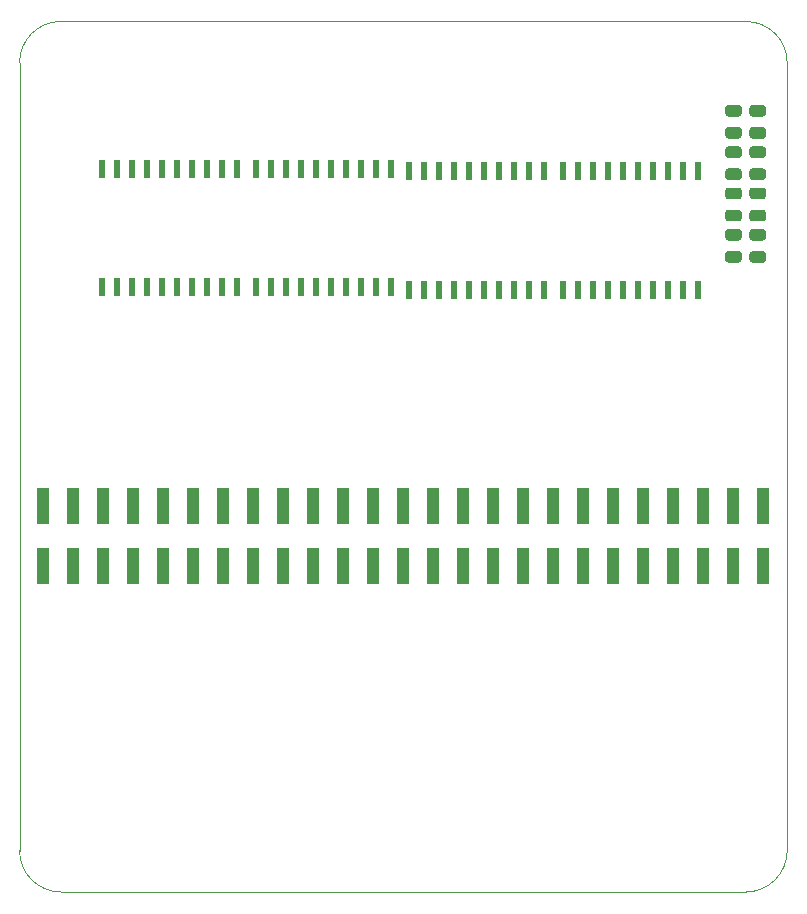
<source format=gbr>
%TF.GenerationSoftware,KiCad,Pcbnew,(5.1.6)-1*%
%TF.CreationDate,2020-06-27T22:48:14-05:00*%
%TF.ProjectId,rascsi_din,72617363-7369-45f6-9469-6e2e6b696361,rev?*%
%TF.SameCoordinates,Original*%
%TF.FileFunction,Paste,Top*%
%TF.FilePolarity,Positive*%
%FSLAX46Y46*%
G04 Gerber Fmt 4.6, Leading zero omitted, Abs format (unit mm)*
G04 Created by KiCad (PCBNEW (5.1.6)-1) date 2020-06-27 22:48:14*
%MOMM*%
%LPD*%
G01*
G04 APERTURE LIST*
%TA.AperFunction,Profile*%
%ADD10C,0.050000*%
%TD*%
%ADD11R,0.600000X1.500000*%
%ADD12R,1.000000X3.150000*%
G04 APERTURE END LIST*
D10*
X178000000Y-116200000D02*
X236000000Y-116200000D01*
X178000000Y-116200000D02*
G75*
G02*
X174500000Y-112700000I0J3500000D01*
G01*
X239500000Y-112700000D02*
G75*
G02*
X236000000Y-116200000I-3500000J0D01*
G01*
X174500000Y-46000000D02*
X174500000Y-112700000D01*
X239500000Y-46000000D02*
X239500000Y-112700000D01*
X178000000Y-42500000D02*
X236000000Y-42500000D01*
X174500000Y-46000000D02*
G75*
G02*
X178000000Y-42500000I3500000J0D01*
G01*
X236000000Y-42500000D02*
G75*
G02*
X239500000Y-46000000I0J-3500000D01*
G01*
%TO.C,R4*%
G36*
G01*
X234493750Y-58450000D02*
X235406250Y-58450000D01*
G75*
G02*
X235650000Y-58693750I0J-243750D01*
G01*
X235650000Y-59181250D01*
G75*
G02*
X235406250Y-59425000I-243750J0D01*
G01*
X234493750Y-59425000D01*
G75*
G02*
X234250000Y-59181250I0J243750D01*
G01*
X234250000Y-58693750D01*
G75*
G02*
X234493750Y-58450000I243750J0D01*
G01*
G37*
G36*
G01*
X234493750Y-56575000D02*
X235406250Y-56575000D01*
G75*
G02*
X235650000Y-56818750I0J-243750D01*
G01*
X235650000Y-57306250D01*
G75*
G02*
X235406250Y-57550000I-243750J0D01*
G01*
X234493750Y-57550000D01*
G75*
G02*
X234250000Y-57306250I0J243750D01*
G01*
X234250000Y-56818750D01*
G75*
G02*
X234493750Y-56575000I243750J0D01*
G01*
G37*
%TD*%
%TO.C,R3*%
G36*
G01*
X234493750Y-61950000D02*
X235406250Y-61950000D01*
G75*
G02*
X235650000Y-62193750I0J-243750D01*
G01*
X235650000Y-62681250D01*
G75*
G02*
X235406250Y-62925000I-243750J0D01*
G01*
X234493750Y-62925000D01*
G75*
G02*
X234250000Y-62681250I0J243750D01*
G01*
X234250000Y-62193750D01*
G75*
G02*
X234493750Y-61950000I243750J0D01*
G01*
G37*
G36*
G01*
X234493750Y-60075000D02*
X235406250Y-60075000D01*
G75*
G02*
X235650000Y-60318750I0J-243750D01*
G01*
X235650000Y-60806250D01*
G75*
G02*
X235406250Y-61050000I-243750J0D01*
G01*
X234493750Y-61050000D01*
G75*
G02*
X234250000Y-60806250I0J243750D01*
G01*
X234250000Y-60318750D01*
G75*
G02*
X234493750Y-60075000I243750J0D01*
G01*
G37*
%TD*%
%TO.C,R2*%
G36*
G01*
X234493750Y-51450000D02*
X235406250Y-51450000D01*
G75*
G02*
X235650000Y-51693750I0J-243750D01*
G01*
X235650000Y-52181250D01*
G75*
G02*
X235406250Y-52425000I-243750J0D01*
G01*
X234493750Y-52425000D01*
G75*
G02*
X234250000Y-52181250I0J243750D01*
G01*
X234250000Y-51693750D01*
G75*
G02*
X234493750Y-51450000I243750J0D01*
G01*
G37*
G36*
G01*
X234493750Y-49575000D02*
X235406250Y-49575000D01*
G75*
G02*
X235650000Y-49818750I0J-243750D01*
G01*
X235650000Y-50306250D01*
G75*
G02*
X235406250Y-50550000I-243750J0D01*
G01*
X234493750Y-50550000D01*
G75*
G02*
X234250000Y-50306250I0J243750D01*
G01*
X234250000Y-49818750D01*
G75*
G02*
X234493750Y-49575000I243750J0D01*
G01*
G37*
%TD*%
%TO.C,R1*%
G36*
G01*
X234493750Y-54950000D02*
X235406250Y-54950000D01*
G75*
G02*
X235650000Y-55193750I0J-243750D01*
G01*
X235650000Y-55681250D01*
G75*
G02*
X235406250Y-55925000I-243750J0D01*
G01*
X234493750Y-55925000D01*
G75*
G02*
X234250000Y-55681250I0J243750D01*
G01*
X234250000Y-55193750D01*
G75*
G02*
X234493750Y-54950000I243750J0D01*
G01*
G37*
G36*
G01*
X234493750Y-53075000D02*
X235406250Y-53075000D01*
G75*
G02*
X235650000Y-53318750I0J-243750D01*
G01*
X235650000Y-53806250D01*
G75*
G02*
X235406250Y-54050000I-243750J0D01*
G01*
X234493750Y-54050000D01*
G75*
G02*
X234250000Y-53806250I0J243750D01*
G01*
X234250000Y-53318750D01*
G75*
G02*
X234493750Y-53075000I243750J0D01*
G01*
G37*
%TD*%
%TO.C,D5*%
G36*
G01*
X237456250Y-57550000D02*
X236543750Y-57550000D01*
G75*
G02*
X236300000Y-57306250I0J243750D01*
G01*
X236300000Y-56818750D01*
G75*
G02*
X236543750Y-56575000I243750J0D01*
G01*
X237456250Y-56575000D01*
G75*
G02*
X237700000Y-56818750I0J-243750D01*
G01*
X237700000Y-57306250D01*
G75*
G02*
X237456250Y-57550000I-243750J0D01*
G01*
G37*
G36*
G01*
X237456250Y-59425000D02*
X236543750Y-59425000D01*
G75*
G02*
X236300000Y-59181250I0J243750D01*
G01*
X236300000Y-58693750D01*
G75*
G02*
X236543750Y-58450000I243750J0D01*
G01*
X237456250Y-58450000D01*
G75*
G02*
X237700000Y-58693750I0J-243750D01*
G01*
X237700000Y-59181250D01*
G75*
G02*
X237456250Y-59425000I-243750J0D01*
G01*
G37*
%TD*%
%TO.C,D4*%
G36*
G01*
X237456250Y-61050000D02*
X236543750Y-61050000D01*
G75*
G02*
X236300000Y-60806250I0J243750D01*
G01*
X236300000Y-60318750D01*
G75*
G02*
X236543750Y-60075000I243750J0D01*
G01*
X237456250Y-60075000D01*
G75*
G02*
X237700000Y-60318750I0J-243750D01*
G01*
X237700000Y-60806250D01*
G75*
G02*
X237456250Y-61050000I-243750J0D01*
G01*
G37*
G36*
G01*
X237456250Y-62925000D02*
X236543750Y-62925000D01*
G75*
G02*
X236300000Y-62681250I0J243750D01*
G01*
X236300000Y-62193750D01*
G75*
G02*
X236543750Y-61950000I243750J0D01*
G01*
X237456250Y-61950000D01*
G75*
G02*
X237700000Y-62193750I0J-243750D01*
G01*
X237700000Y-62681250D01*
G75*
G02*
X237456250Y-62925000I-243750J0D01*
G01*
G37*
%TD*%
%TO.C,D3*%
G36*
G01*
X237456250Y-50550000D02*
X236543750Y-50550000D01*
G75*
G02*
X236300000Y-50306250I0J243750D01*
G01*
X236300000Y-49818750D01*
G75*
G02*
X236543750Y-49575000I243750J0D01*
G01*
X237456250Y-49575000D01*
G75*
G02*
X237700000Y-49818750I0J-243750D01*
G01*
X237700000Y-50306250D01*
G75*
G02*
X237456250Y-50550000I-243750J0D01*
G01*
G37*
G36*
G01*
X237456250Y-52425000D02*
X236543750Y-52425000D01*
G75*
G02*
X236300000Y-52181250I0J243750D01*
G01*
X236300000Y-51693750D01*
G75*
G02*
X236543750Y-51450000I243750J0D01*
G01*
X237456250Y-51450000D01*
G75*
G02*
X237700000Y-51693750I0J-243750D01*
G01*
X237700000Y-52181250D01*
G75*
G02*
X237456250Y-52425000I-243750J0D01*
G01*
G37*
%TD*%
%TO.C,D2*%
G36*
G01*
X237456250Y-54050000D02*
X236543750Y-54050000D01*
G75*
G02*
X236300000Y-53806250I0J243750D01*
G01*
X236300000Y-53318750D01*
G75*
G02*
X236543750Y-53075000I243750J0D01*
G01*
X237456250Y-53075000D01*
G75*
G02*
X237700000Y-53318750I0J-243750D01*
G01*
X237700000Y-53806250D01*
G75*
G02*
X237456250Y-54050000I-243750J0D01*
G01*
G37*
G36*
G01*
X237456250Y-55925000D02*
X236543750Y-55925000D01*
G75*
G02*
X236300000Y-55681250I0J243750D01*
G01*
X236300000Y-55193750D01*
G75*
G02*
X236543750Y-54950000I243750J0D01*
G01*
X237456250Y-54950000D01*
G75*
G02*
X237700000Y-55193750I0J-243750D01*
G01*
X237700000Y-55681250D01*
G75*
G02*
X237456250Y-55925000I-243750J0D01*
G01*
G37*
%TD*%
D11*
%TO.C,U4*%
X231915000Y-65200000D03*
X230645000Y-65200000D03*
X229375000Y-65200000D03*
X228105000Y-65200000D03*
X226835000Y-65200000D03*
X225565000Y-65200000D03*
X224295000Y-65200000D03*
X223025000Y-65200000D03*
X221755000Y-65200000D03*
X220485000Y-65200000D03*
X220485000Y-55200000D03*
X221755000Y-55200000D03*
X223025000Y-55200000D03*
X224295000Y-55200000D03*
X225565000Y-55200000D03*
X226835000Y-55200000D03*
X228105000Y-55200000D03*
X229375000Y-55200000D03*
X230645000Y-55200000D03*
X231915000Y-55200000D03*
%TD*%
%TO.C,U3*%
X218915000Y-65200000D03*
X217645000Y-65200000D03*
X216375000Y-65200000D03*
X215105000Y-65200000D03*
X213835000Y-65200000D03*
X212565000Y-65200000D03*
X211295000Y-65200000D03*
X210025000Y-65200000D03*
X208755000Y-65200000D03*
X207485000Y-65200000D03*
X207485000Y-55200000D03*
X208755000Y-55200000D03*
X210025000Y-55200000D03*
X211295000Y-55200000D03*
X212565000Y-55200000D03*
X213835000Y-55200000D03*
X215105000Y-55200000D03*
X216375000Y-55200000D03*
X217645000Y-55200000D03*
X218915000Y-55200000D03*
%TD*%
%TO.C,U2*%
X194485000Y-55000000D03*
X195755000Y-55000000D03*
X197025000Y-55000000D03*
X198295000Y-55000000D03*
X199565000Y-55000000D03*
X200835000Y-55000000D03*
X202105000Y-55000000D03*
X203375000Y-55000000D03*
X204645000Y-55000000D03*
X205915000Y-55000000D03*
X205915000Y-65000000D03*
X204645000Y-65000000D03*
X203375000Y-65000000D03*
X202105000Y-65000000D03*
X200835000Y-65000000D03*
X199565000Y-65000000D03*
X198295000Y-65000000D03*
X197025000Y-65000000D03*
X195755000Y-65000000D03*
X194485000Y-65000000D03*
%TD*%
%TO.C,U1*%
X181485000Y-55000000D03*
X182755000Y-55000000D03*
X184025000Y-55000000D03*
X185295000Y-55000000D03*
X186565000Y-55000000D03*
X187835000Y-55000000D03*
X189105000Y-55000000D03*
X190375000Y-55000000D03*
X191645000Y-55000000D03*
X192915000Y-55000000D03*
X192915000Y-65000000D03*
X191645000Y-65000000D03*
X190375000Y-65000000D03*
X189105000Y-65000000D03*
X187835000Y-65000000D03*
X186565000Y-65000000D03*
X185295000Y-65000000D03*
X184025000Y-65000000D03*
X182755000Y-65000000D03*
X181485000Y-65000000D03*
%TD*%
D12*
%TO.C,J3*%
X237470000Y-83530000D03*
X237470000Y-88580000D03*
X234930000Y-83530000D03*
X234930000Y-88580000D03*
X232390000Y-83530000D03*
X232390000Y-88580000D03*
X229850000Y-83530000D03*
X229850000Y-88580000D03*
X227310000Y-83530000D03*
X227310000Y-88580000D03*
X224770000Y-83530000D03*
X224770000Y-88580000D03*
X222230000Y-83530000D03*
X222230000Y-88580000D03*
X219690000Y-83530000D03*
X219690000Y-88580000D03*
X217150000Y-83530000D03*
X217150000Y-88580000D03*
X214610000Y-83530000D03*
X214610000Y-88580000D03*
X212070000Y-83530000D03*
X212070000Y-88580000D03*
X209530000Y-83530000D03*
X209530000Y-88580000D03*
X206990000Y-83530000D03*
X206990000Y-88580000D03*
X204450000Y-83530000D03*
X204450000Y-88580000D03*
X201910000Y-83530000D03*
X201910000Y-88580000D03*
X199370000Y-83530000D03*
X199370000Y-88580000D03*
X196830000Y-83530000D03*
X196830000Y-88580000D03*
X194290000Y-83530000D03*
X194290000Y-88580000D03*
X191750000Y-83530000D03*
X191750000Y-88580000D03*
X189210000Y-83530000D03*
X189210000Y-88580000D03*
X186670000Y-83530000D03*
X186670000Y-88580000D03*
X184130000Y-83530000D03*
X184130000Y-88580000D03*
X181590000Y-83530000D03*
X181590000Y-88580000D03*
X179050000Y-83530000D03*
X179050000Y-88580000D03*
X176510000Y-83530000D03*
X176510000Y-88580000D03*
%TD*%
M02*

</source>
